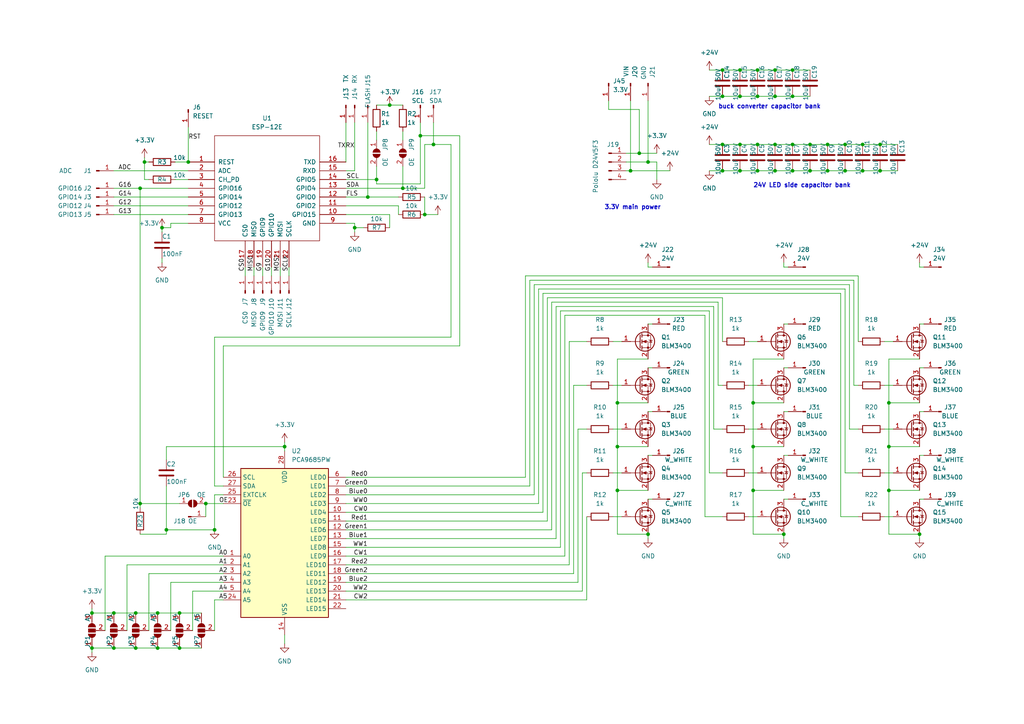
<source format=kicad_sch>
(kicad_sch (version 20211123) (generator eeschema)
  (paper "A4")
  (junction (at 224.79 27.94))
  (junction (at 209.55 27.94))
  (junction (at 219.71 27.94))
  (junction (at 255.27 41.91))
  (junction (at 214.63 27.94))
  (junction (at 39.37 187.96))
  (junction (at 257.81 116.84))
  (junction (at 121.92 39.37))
  (junction (at 214.63 49.53))
  (junction (at 179.07 116.84))
  (junction (at 48.26 153.67))
  (junction (at 82.55 129.54))
  (junction (at 257.81 129.54))
  (junction (at 214.63 20.32))
  (junction (at 33.02 187.96))
  (junction (at 218.44 129.54))
  (junction (at 229.87 49.53))
  (junction (at 179.07 142.24))
  (junction (at 40.64 146.05))
  (junction (at 102.87 66.04))
  (junction (at 209.55 20.32))
  (junction (at 40.64 54.61))
  (junction (at 113.03 30.48))
  (junction (at 109.22 52.07))
  (junction (at 209.55 41.91))
  (junction (at 41.91 46.99))
  (junction (at 185.42 44.45))
  (junction (at 182.88 49.53))
  (junction (at 123.19 62.23))
  (junction (at 52.07 187.96))
  (junction (at 227.33 154.94))
  (junction (at 179.07 129.54))
  (junction (at 224.79 20.32))
  (junction (at 224.79 49.53))
  (junction (at 266.7 154.94))
  (junction (at 39.37 177.8))
  (junction (at 219.71 49.53))
  (junction (at 224.79 41.91))
  (junction (at 218.44 116.84))
  (junction (at 106.68 57.15))
  (junction (at 255.27 49.53))
  (junction (at 54.61 46.99))
  (junction (at 45.72 177.8))
  (junction (at 229.87 27.94))
  (junction (at 187.96 154.94))
  (junction (at 219.71 20.32))
  (junction (at 219.71 41.91))
  (junction (at 62.23 153.67))
  (junction (at 229.87 41.91))
  (junction (at 187.96 46.99))
  (junction (at 229.87 20.32))
  (junction (at 240.03 49.53))
  (junction (at 245.11 49.53))
  (junction (at 59.69 146.05))
  (junction (at 250.19 41.91))
  (junction (at 240.03 41.91))
  (junction (at 209.55 49.53))
  (junction (at 234.95 49.53))
  (junction (at 245.11 41.91))
  (junction (at 46.99 66.04))
  (junction (at 26.67 177.8))
  (junction (at 26.67 187.96))
  (junction (at 116.84 54.61))
  (junction (at 52.07 177.8))
  (junction (at 125.73 41.91))
  (junction (at 250.19 49.53))
  (junction (at 45.72 187.96))
  (junction (at 234.95 41.91))
  (junction (at 33.02 177.8))
  (junction (at 257.81 142.24))
  (junction (at 214.63 41.91))
  (junction (at 218.44 142.24))
  (wire (pts (xy 218.44 116.84) (xy 227.33 116.84)))
  (wire (pts (xy 227.33 106.68) (xy 228.6 106.68)))
  (wire (pts (xy 227.33 119.38) (xy 228.6 119.38)))
  (wire (pts (xy 165.1 99.06) (xy 170.18 99.06)))
  (wire (pts (xy 255.27 41.91) (xy 260.35 41.91)))
  (wire (pts (xy 177.8 111.76) (xy 180.34 111.76)))
  (wire (pts (xy 266.7 104.14) (xy 257.81 104.14)))
  (wire (pts (xy 100.33 54.61) (xy 116.84 54.61)))
  (wire (pts (xy 130.81 97.79) (xy 130.81 41.91)))
  (wire (pts (xy 40.64 154.94) (xy 48.26 154.94)))
  (wire (pts (xy 267.97 77.47) (xy 266.7 77.47)))
  (wire (pts (xy 73.66 77.47) (xy 73.66 80.01)))
  (wire (pts (xy 33.02 59.69) (xy 54.61 59.69)))
  (wire (pts (xy 187.96 46.99) (xy 190.5 46.99)))
  (wire (pts (xy 163.83 91.44) (xy 204.47 91.44)))
  (wire (pts (xy 100.33 64.77) (xy 102.87 64.77)))
  (wire (pts (xy 209.55 27.94) (xy 214.63 27.94)))
  (wire (pts (xy 217.17 149.86) (xy 219.71 149.86)))
  (wire (pts (xy 205.74 90.17) (xy 205.74 137.16)))
  (wire (pts (xy 228.6 77.47) (xy 227.33 77.47)))
  (wire (pts (xy 181.61 46.99) (xy 187.96 46.99)))
  (wire (pts (xy 100.33 62.23) (xy 113.03 62.23)))
  (wire (pts (xy 177.8 137.16) (xy 180.34 137.16)))
  (wire (pts (xy 209.55 41.91) (xy 214.63 41.91)))
  (wire (pts (xy 71.12 77.47) (xy 71.12 80.01)))
  (wire (pts (xy 257.81 104.14) (xy 257.81 116.84)))
  (wire (pts (xy 106.68 57.15) (xy 115.57 57.15)))
  (wire (pts (xy 185.42 44.45) (xy 190.5 44.45)))
  (wire (pts (xy 248.92 111.76) (xy 247.65 111.76)))
  (wire (pts (xy 248.92 137.16) (xy 245.11 137.16)))
  (wire (pts (xy 45.72 187.96) (xy 52.07 187.96)))
  (wire (pts (xy 41.91 52.07) (xy 43.18 52.07)))
  (wire (pts (xy 33.02 54.61) (xy 40.64 54.61)))
  (wire (pts (xy 33.02 57.15) (xy 54.61 57.15)))
  (wire (pts (xy 100.33 148.59) (xy 157.48 148.59)))
  (wire (pts (xy 163.83 161.29) (xy 163.83 91.44)))
  (wire (pts (xy 121.92 39.37) (xy 121.92 53.34)))
  (wire (pts (xy 218.44 104.14) (xy 218.44 116.84)))
  (wire (pts (xy 109.22 30.48) (xy 113.03 30.48)))
  (wire (pts (xy 109.22 38.1) (xy 109.22 40.64)))
  (wire (pts (xy 181.61 44.45) (xy 185.42 44.45)))
  (wire (pts (xy 248.92 124.46) (xy 246.38 124.46)))
  (wire (pts (xy 179.07 104.14) (xy 179.07 116.84)))
  (wire (pts (xy 154.94 143.51) (xy 154.94 82.55)))
  (wire (pts (xy 224.79 49.53) (xy 229.87 49.53)))
  (wire (pts (xy 227.33 132.08) (xy 228.6 132.08)))
  (wire (pts (xy 177.8 149.86) (xy 180.34 149.86)))
  (wire (pts (xy 121.92 35.56) (xy 121.92 39.37)))
  (wire (pts (xy 218.44 129.54) (xy 218.44 142.24)))
  (wire (pts (xy 176.53 31.75) (xy 185.42 31.75)))
  (wire (pts (xy 224.79 20.32) (xy 229.87 20.32)))
  (wire (pts (xy 55.88 182.88) (xy 55.88 171.45)))
  (wire (pts (xy 33.02 62.23) (xy 54.61 62.23)))
  (wire (pts (xy 185.42 31.75) (xy 185.42 44.45)))
  (wire (pts (xy 247.65 81.28) (xy 247.65 111.76)))
  (wire (pts (xy 187.96 93.98) (xy 189.23 93.98)))
  (wire (pts (xy 162.56 90.17) (xy 205.74 90.17)))
  (wire (pts (xy 266.7 119.38) (xy 267.97 119.38)))
  (wire (pts (xy 100.33 161.29) (xy 163.83 161.29)))
  (wire (pts (xy 158.75 86.36) (xy 209.55 86.36)))
  (wire (pts (xy 41.91 45.72) (xy 41.91 46.99)))
  (wire (pts (xy 121.92 53.34) (xy 109.22 53.34)))
  (wire (pts (xy 100.33 143.51) (xy 154.94 143.51)))
  (wire (pts (xy 62.23 173.99) (xy 64.77 173.99)))
  (wire (pts (xy 187.96 76.2) (xy 187.96 77.47)))
  (wire (pts (xy 179.07 116.84) (xy 179.07 129.54)))
  (wire (pts (xy 64.77 138.43) (xy 64.77 100.33)))
  (wire (pts (xy 36.83 163.83) (xy 64.77 163.83)))
  (wire (pts (xy 26.67 187.96) (xy 26.67 189.23)))
  (wire (pts (xy 113.03 30.48) (xy 116.84 30.48)))
  (wire (pts (xy 48.26 129.54) (xy 82.55 129.54)))
  (wire (pts (xy 46.99 66.04) (xy 46.99 67.31)))
  (wire (pts (xy 46.99 74.93) (xy 46.99 76.2)))
  (wire (pts (xy 82.55 129.54) (xy 82.55 130.81)))
  (wire (pts (xy 30.48 182.88) (xy 30.48 161.29)))
  (wire (pts (xy 227.33 76.2) (xy 227.33 77.47)))
  (wire (pts (xy 240.03 41.91) (xy 245.11 41.91)))
  (wire (pts (xy 187.96 104.14) (xy 179.07 104.14)))
  (wire (pts (xy 256.54 149.86) (xy 259.08 149.86)))
  (wire (pts (xy 179.07 129.54) (xy 179.07 142.24)))
  (wire (pts (xy 100.33 52.07) (xy 109.22 52.07)))
  (wire (pts (xy 190.5 46.99) (xy 190.5 52.07)))
  (wire (pts (xy 219.71 49.53) (xy 224.79 49.53)))
  (wire (pts (xy 160.02 87.63) (xy 208.28 87.63)))
  (wire (pts (xy 177.8 124.46) (xy 180.34 124.46)))
  (wire (pts (xy 257.81 142.24) (xy 257.81 154.94)))
  (wire (pts (xy 78.74 77.47) (xy 78.74 80.01)))
  (wire (pts (xy 123.19 62.23) (xy 127 62.23)))
  (wire (pts (xy 209.55 20.32) (xy 214.63 20.32)))
  (wire (pts (xy 257.81 129.54) (xy 257.81 142.24)))
  (wire (pts (xy 234.95 41.91) (xy 240.03 41.91)))
  (wire (pts (xy 256.54 99.06) (xy 259.08 99.06)))
  (wire (pts (xy 166.37 166.37) (xy 166.37 111.76)))
  (wire (pts (xy 257.81 129.54) (xy 266.7 129.54)))
  (wire (pts (xy 256.54 137.16) (xy 259.08 137.16)))
  (wire (pts (xy 266.7 93.98) (xy 267.97 93.98)))
  (wire (pts (xy 168.91 171.45) (xy 168.91 137.16)))
  (wire (pts (xy 48.26 153.67) (xy 62.23 153.67)))
  (wire (pts (xy 154.94 82.55) (xy 246.38 82.55)))
  (wire (pts (xy 115.57 59.69) (xy 115.57 62.23)))
  (wire (pts (xy 227.33 104.14) (xy 218.44 104.14)))
  (wire (pts (xy 214.63 27.94) (xy 219.71 27.94)))
  (wire (pts (xy 153.67 140.97) (xy 153.67 81.28)))
  (wire (pts (xy 33.02 187.96) (xy 39.37 187.96)))
  (wire (pts (xy 257.81 116.84) (xy 257.81 129.54)))
  (wire (pts (xy 257.81 116.84) (xy 266.7 116.84)))
  (wire (pts (xy 100.33 59.69) (xy 115.57 59.69)))
  (wire (pts (xy 48.26 140.97) (xy 48.26 153.67)))
  (wire (pts (xy 76.2 77.47) (xy 76.2 80.01)))
  (wire (pts (xy 64.77 100.33) (xy 133.35 100.33)))
  (wire (pts (xy 229.87 49.53) (xy 234.95 49.53)))
  (wire (pts (xy 109.22 48.26) (xy 109.22 52.07)))
  (wire (pts (xy 62.23 182.88) (xy 62.23 173.99)))
  (wire (pts (xy 106.68 35.56) (xy 106.68 57.15)))
  (wire (pts (xy 218.44 154.94) (xy 227.33 154.94)))
  (wire (pts (xy 156.21 146.05) (xy 156.21 83.82)))
  (wire (pts (xy 224.79 41.91) (xy 229.87 41.91)))
  (wire (pts (xy 179.07 142.24) (xy 187.96 142.24)))
  (wire (pts (xy 209.55 111.76) (xy 208.28 111.76)))
  (wire (pts (xy 39.37 177.8) (xy 45.72 177.8)))
  (wire (pts (xy 100.33 158.75) (xy 162.56 158.75)))
  (wire (pts (xy 165.1 163.83) (xy 165.1 99.06)))
  (wire (pts (xy 54.61 36.83) (xy 54.61 46.99)))
  (wire (pts (xy 209.55 124.46) (xy 207.01 124.46)))
  (wire (pts (xy 187.96 144.78) (xy 189.23 144.78)))
  (wire (pts (xy 45.72 177.8) (xy 52.07 177.8)))
  (wire (pts (xy 209.55 49.53) (xy 214.63 49.53)))
  (wire (pts (xy 43.18 182.88) (xy 43.18 166.37)))
  (wire (pts (xy 113.03 62.23) (xy 113.03 66.04)))
  (wire (pts (xy 157.48 148.59) (xy 157.48 85.09)))
  (wire (pts (xy 214.63 20.32) (xy 219.71 20.32)))
  (wire (pts (xy 217.17 137.16) (xy 219.71 137.16)))
  (wire (pts (xy 227.33 93.98) (xy 228.6 93.98)))
  (wire (pts (xy 36.83 182.88) (xy 36.83 163.83)))
  (wire (pts (xy 116.84 38.1) (xy 116.84 40.64)))
  (wire (pts (xy 82.55 184.15) (xy 82.55 186.69)))
  (wire (pts (xy 166.37 111.76) (xy 170.18 111.76)))
  (wire (pts (xy 245.11 49.53) (xy 250.19 49.53)))
  (wire (pts (xy 123.19 41.91) (xy 123.19 54.61)))
  (wire (pts (xy 49.53 182.88) (xy 49.53 168.91)))
  (wire (pts (xy 158.75 151.13) (xy 158.75 86.36)))
  (wire (pts (xy 40.64 146.05) (xy 40.64 147.32)))
  (wire (pts (xy 227.33 154.94) (xy 227.33 156.21)))
  (wire (pts (xy 256.54 124.46) (xy 259.08 124.46)))
  (wire (pts (xy 187.96 154.94) (xy 187.96 156.21)))
  (wire (pts (xy 257.81 154.94) (xy 266.7 154.94)))
  (wire (pts (xy 218.44 129.54) (xy 227.33 129.54)))
  (wire (pts (xy 133.35 39.37) (xy 121.92 39.37)))
  (wire (pts (xy 40.64 54.61) (xy 40.64 146.05)))
  (wire (pts (xy 266.7 106.68) (xy 267.97 106.68)))
  (wire (pts (xy 217.17 111.76) (xy 219.71 111.76)))
  (wire (pts (xy 116.84 54.61) (xy 123.19 54.61)))
  (wire (pts (xy 152.4 80.01) (xy 248.92 80.01)))
  (wire (pts (xy 167.64 124.46) (xy 170.18 124.46)))
  (wire (pts (xy 266.7 132.08) (xy 267.97 132.08)))
  (wire (pts (xy 100.33 153.67) (xy 160.02 153.67)))
  (wire (pts (xy 266.7 76.2) (xy 266.7 77.47)))
  (wire (pts (xy 26.67 187.96) (xy 33.02 187.96)))
  (wire (pts (xy 243.84 85.09) (xy 243.84 149.86)))
  (wire (pts (xy 123.19 57.15) (xy 123.19 62.23)))
  (wire (pts (xy 46.99 66.04) (xy 49.53 66.04)))
  (wire (pts (xy 181.61 49.53) (xy 182.88 49.53)))
  (wire (pts (xy 176.53 29.21) (xy 176.53 31.75)))
  (wire (pts (xy 240.03 49.53) (xy 245.11 49.53)))
  (wire (pts (xy 100.33 49.53) (xy 102.87 49.53)))
  (wire (pts (xy 248.92 149.86) (xy 243.84 149.86)))
  (wire (pts (xy 187.96 106.68) (xy 189.23 106.68)))
  (wire (pts (xy 100.33 168.91) (xy 167.64 168.91)))
  (wire (pts (xy 229.87 27.94) (xy 234.95 27.94)))
  (wire (pts (xy 250.19 49.53) (xy 255.27 49.53)))
  (wire (pts (xy 257.81 142.24) (xy 266.7 142.24)))
  (wire (pts (xy 41.91 46.99) (xy 43.18 46.99)))
  (wire (pts (xy 153.67 81.28) (xy 247.65 81.28)))
  (wire (pts (xy 224.79 27.94) (xy 229.87 27.94)))
  (wire (pts (xy 179.07 154.94) (xy 187.96 154.94)))
  (wire (pts (xy 26.67 176.53) (xy 26.67 177.8)))
  (wire (pts (xy 160.02 153.67) (xy 160.02 87.63)))
  (wire (pts (xy 100.33 156.21) (xy 161.29 156.21)))
  (wire (pts (xy 205.74 27.94) (xy 209.55 27.94)))
  (wire (pts (xy 161.29 88.9) (xy 207.01 88.9)))
  (wire (pts (xy 41.91 46.99) (xy 41.91 52.07)))
  (wire (pts (xy 161.29 156.21) (xy 161.29 88.9)))
  (wire (pts (xy 33.02 49.53) (xy 54.61 49.53)))
  (wire (pts (xy 255.27 49.53) (xy 260.35 49.53)))
  (wire (pts (xy 100.33 166.37) (xy 166.37 166.37)))
  (wire (pts (xy 156.21 83.82) (xy 245.11 83.82)))
  (wire (pts (xy 205.74 20.32) (xy 209.55 20.32)))
  (wire (pts (xy 266.7 144.78) (xy 267.97 144.78)))
  (wire (pts (xy 208.28 87.63) (xy 208.28 111.76)))
  (wire (pts (xy 209.55 86.36) (xy 209.55 99.06)))
  (wire (pts (xy 64.77 143.51) (xy 62.23 143.51)))
  (wire (pts (xy 125.73 35.56) (xy 125.73 41.91)))
  (wire (pts (xy 100.33 35.56) (xy 100.33 46.99)))
  (wire (pts (xy 256.54 111.76) (xy 259.08 111.76)))
  (wire (pts (xy 30.48 161.29) (xy 64.77 161.29)))
  (wire (pts (xy 102.87 64.77) (xy 102.87 66.04)))
  (wire (pts (xy 100.33 151.13) (xy 158.75 151.13)))
  (wire (pts (xy 64.77 140.97) (xy 62.23 140.97)))
  (wire (pts (xy 214.63 49.53) (xy 219.71 49.53)))
  (wire (pts (xy 182.88 29.21) (xy 182.88 49.53)))
  (wire (pts (xy 100.33 173.99) (xy 170.18 173.99)))
  (wire (pts (xy 83.82 77.47) (xy 83.82 80.01)))
  (wire (pts (xy 218.44 116.84) (xy 218.44 129.54)))
  (wire (pts (xy 125.73 41.91) (xy 123.19 41.91)))
  (wire (pts (xy 187.96 119.38) (xy 189.23 119.38)))
  (wire (pts (xy 100.33 57.15) (xy 106.68 57.15)))
  (wire (pts (xy 62.23 97.79) (xy 130.81 97.79)))
  (wire (pts (xy 250.19 41.91) (xy 255.27 41.91)))
  (wire (pts (xy 43.18 166.37) (xy 64.77 166.37)))
  (wire (pts (xy 82.55 128.27) (xy 82.55 129.54)))
  (wire (pts (xy 209.55 137.16) (xy 205.74 137.16)))
  (wire (pts (xy 209.55 149.86) (xy 204.47 149.86)))
  (wire (pts (xy 59.69 146.05) (xy 64.77 146.05)))
  (wire (pts (xy 40.64 146.05) (xy 52.07 146.05)))
  (wire (pts (xy 49.53 64.77) (xy 54.61 64.77)))
  (wire (pts (xy 33.02 177.8) (xy 39.37 177.8)))
  (wire (pts (xy 234.95 49.53) (xy 240.03 49.53)))
  (wire (pts (xy 48.26 133.35) (xy 48.26 129.54)))
  (wire (pts (xy 187.96 29.21) (xy 187.96 46.99)))
  (wire (pts (xy 50.8 46.99) (xy 54.61 46.99)))
  (wire (pts (xy 182.88 49.53) (xy 194.31 49.53)))
  (wire (pts (xy 168.91 137.16) (xy 170.18 137.16)))
  (wire (pts (xy 130.81 41.91) (xy 125.73 41.91)))
  (wire (pts (xy 207.01 88.9) (xy 207.01 124.46)))
  (wire (pts (xy 62.23 143.51) (xy 62.23 153.67)))
  (wire (pts (xy 81.28 77.47) (xy 81.28 80.01)))
  (wire (pts (xy 217.17 124.46) (xy 219.71 124.46)))
  (wire (pts (xy 177.8 99.06) (xy 180.34 99.06)))
  (wire (pts (xy 100.33 163.83) (xy 165.1 163.83)))
  (wire (pts (xy 219.71 27.94) (xy 224.79 27.94)))
  (wire (pts (xy 245.11 83.82) (xy 245.11 137.16)))
  (wire (pts (xy 266.7 154.94) (xy 266.7 156.21)))
  (wire (pts (xy 205.74 41.91) (xy 209.55 41.91)))
  (wire (pts (xy 179.07 129.54) (xy 187.96 129.54)))
  (wire (pts (xy 116.84 48.26) (xy 116.84 54.61)))
  (wire (pts (xy 248.92 80.01) (xy 248.92 99.06)))
  (wire (pts (xy 219.71 41.91) (xy 224.79 41.91)))
  (wire (pts (xy 102.87 66.04) (xy 102.87 67.31)))
  (wire (pts (xy 170.18 173.99) (xy 170.18 149.86)))
  (wire (pts (xy 26.67 177.8) (xy 33.02 177.8)))
  (wire (pts (xy 52.07 177.8) (xy 58.42 177.8)))
  (wire (pts (xy 205.74 49.53) (xy 209.55 49.53)))
  (wire (pts (xy 40.64 54.61) (xy 54.61 54.61)))
  (wire (pts (xy 204.47 91.44) (xy 204.47 149.86)))
  (wire (pts (xy 218.44 142.24) (xy 227.33 142.24)))
  (wire (pts (xy 39.37 187.96) (xy 45.72 187.96)))
  (wire (pts (xy 214.63 41.91) (xy 219.71 41.91)))
  (wire (pts (xy 62.23 140.97) (xy 62.23 97.79)))
  (wire (pts (xy 49.53 168.91) (xy 64.77 168.91)))
  (wire (pts (xy 50.8 52.07) (xy 54.61 52.07)))
  (wire (pts (xy 152.4 138.43) (xy 152.4 80.01)))
  (wire (pts (xy 100.33 171.45) (xy 168.91 171.45)))
  (wire (pts (xy 102.87 35.56) (xy 102.87 49.53)))
  (wire (pts (xy 55.88 171.45) (xy 64.77 171.45)))
  (wire (pts (xy 179.07 116.84) (xy 187.96 116.84)))
  (wire (pts (xy 59.69 146.05) (xy 59.69 149.86)))
  (wire (pts (xy 189.23 77.47) (xy 187.96 77.47)))
  (wire (pts (xy 102.87 66.04) (xy 105.41 66.04)))
  (wire (pts (xy 229.87 20.32) (xy 234.95 20.32)))
  (wire (pts (xy 100.33 146.05) (xy 156.21 146.05)))
  (wire (pts (xy 52.07 187.96) (xy 58.42 187.96)))
  (wire (pts (xy 187.96 132.08) (xy 189.23 132.08)))
  (wire (pts (xy 217.17 99.06) (xy 219.71 99.06)))
  (wire (pts (xy 167.64 168.91) (xy 167.64 124.46)))
  (wire (pts (xy 49.53 64.77) (xy 49.53 66.04)))
  (wire (pts (xy 219.71 20.32) (xy 224.79 20.32)))
  (wire (pts (xy 133.35 100.33) (xy 133.35 39.37)))
  (wire (pts (xy 179.07 142.24) (xy 179.07 154.94)))
  (wire (pts (xy 229.87 41.91) (xy 234.95 41.91)))
  (wire (pts (xy 157.48 85.09) (xy 243.84 85.09)))
  (wire (pts (xy 162.56 158.75) (xy 162.56 90.17)))
  (wire (pts (xy 245.11 41.91) (xy 250.19 41.91)))
  (wire (pts (xy 48.26 154.94) (xy 48.26 153.67)))
  (wire (pts (xy 218.44 142.24) (xy 218.44 154.94)))
  (wire (pts (xy 100.33 140.97) (xy 153.67 140.97)))
  (wire (pts (xy 109.22 53.34) (xy 109.22 52.07)))
  (wire (pts (xy 227.33 144.78) (xy 228.6 144.78)))
  (wire (pts (xy 100.33 138.43) (xy 152.4 138.43)))
  (wire (pts (xy 246.38 82.55) (xy 246.38 124.46)))
  (text "buck converter capacitor bank" (at 208.28 31.75 0) (effects (font (size 1.27 1.27) (thickness 0.254) bold) (justify left bottom)))
  (text "24V LED side capacitor bank" (at 218.44 54.61 0) (effects (font (size 1.27 1.27) (thickness 0.254) bold) (justify left bottom)))
  (text "3.3V main power" (at 175.26 60.96 0) (effects (font (size 1.27 1.27) (thickness 0.254) bold) (justify left bottom)))
  (label "A4" (at 63.5 171.45 0))
  (label "WW2" (at 106.68 171.45 180))
  (label "Green1" (at 106.68 153.67 180))
  (label "TX" (at 100.33 43.18 180))
  (label "G10" (at 78.74 78.74 90))
  (label "RX" (at 102.87 43.18 180))
  (label "A5" (at 63.5 173.99 0))
  (label "OE" (at 63.5 146.05 0))
  (label "Green2" (at 106.68 166.37 180))
  (label "WW1" (at 106.68 158.75 180))
  (label "G12" (at 34.29 59.69 0))
  (label "RST" (at 54.61 40.64 0))
  (label "CW1" (at 106.68 161.29 180))
  (label "CW2" (at 106.68 173.99 180))
  (label "A0" (at 63.5 161.29 0))
  (label "SCL" (at 104.14 52.07 180))
  (label "CW0" (at 106.68 148.59 180))
  (label "Blue1" (at 106.68 156.21 180))
  (label "FLS" (at 100.33 57.15 0))
  (label "SDA" (at 104.14 54.61 180))
  (label "Green0" (at 106.68 140.97 180))
  (label "A1" (at 63.5 163.83 0))
  (label "G13" (at 34.29 62.23 0))
  (label "Red2" (at 106.68 163.83 180))
  (label "SCLK" (at 83.82 78.74 90))
  (label "Blue0" (at 106.68 143.51 180))
  (label "G14" (at 34.29 57.15 0))
  (label "MISO" (at 73.66 78.74 90))
  (label "G16" (at 34.29 54.61 0))
  (label "WW0" (at 106.68 146.05 180))
  (label "A3" (at 63.5 168.91 0))
  (label "Red0" (at 106.68 138.43 180))
  (label "ADC" (at 34.29 49.53 0))
  (label "Blue2" (at 106.68 168.91 180))
  (label "G9" (at 76.2 78.74 90))
  (label "Red1" (at 106.68 151.13 180))
  (label "MOSI" (at 81.28 78.74 90))
  (label "A2" (at 63.5 166.37 0))
  (label "CS0" (at 71.12 78.74 90))
  (symbol (lib_id "Device:C") (at 209.55 45.72 0) (unit 1)
    (property "Reference" "C3" (at 210.82 44.45 90) (effects (justify left)))
    (property "Value" "10uF 50V" (at 208.28 50.8 90) (effects (justify left)))
    (property "Footprint" "Capacitor_SMD:C_0805_2012Metric" (effects hide))
  )
  (symbol (lib_id "Device:R") (at 252.73 111.76 90) (unit 1)
    (property "Reference" "R19" (at 252.73 105.41 90))
    (property "Value" "1k" (at 252.73 107.95 90))
    (property "Footprint" "Resistor_SMD:R_0805_2012Metric" (effects hide))
  )
  (symbol (lib_id "power:+3.3V") (at 190.5 44.45 0) (unit 1)
    (property "Reference" "#PWR015" (effects hide))
    (property "Value" "+3.3V" (at 190.5 39.37 0))
  )
  (symbol (lib_id "power:+24V") (at 187.96 76.2 0) (unit 1)
    (property "Reference" "#PWR013" (effects hide))
    (property "Value" "+24V" (at 187.96 71.12 0))
  )
  (symbol (lib_id "Connector:Conn_01x01_Male") (at 233.68 93.98 180) (unit 1)
    (property "Reference" "J29" (at 236.22 92.71 0))
    (property "Value" "RED" (at 236.22 95.25 0))
    (property "Footprint" "TestPoint:TestPoint_Pad_3.0x3.0mm" (effects hide))
  )
  (symbol (lib_id "Connector:Conn_01x01_Male") (at 194.31 77.47 180) (unit 1)
    (property "Reference" "J22" (at 193.675 72.39 0))
    (property "Value" "24V" (at 193.675 74.93 0))
    (property "Footprint" "TestPoint:TestPoint_Pad_3.0x3.0mm" (effects hide))
  )
  (symbol (lib_id "Device:C") (at 229.87 45.72 0) (unit 1)
    (property "Reference" "C7" (at 231.14 44.45 90) (effects (justify left)))
    (property "Value" "10uF 50V" (at 228.6 50.8 90) (effects (justify left)))
    (property "Footprint" "Capacitor_SMD:C_0805_2012Metric" (effects hide))
  )
  (symbol (lib_id "Transistor_FET:DMN3300U") (at 264.16 137.16 0) (unit 1)
    (property "Reference" "Q14" (at 270.51 135.8899 0) (effects (justify left)))
    (property "Value" "BLM3400" (at 270.51 138.4299 0) (effects (justify left)))
    (property "Footprint" "Package_TO_SOT_SMD:SOT-23" (effects hide))
    (property "Datasheet" "http://www.diodes.com/assets/Datasheets/ds31181.pdf" (effects hide))
  )
  (symbol (lib_id "Connector:Conn_01x01_Male") (at 187.96 24.13 270) (unit 1)
    (property "Reference" "J21" (at 189.23 19.05 0) (effects (justify left)))
    (property "Value" "GND" (at 186.69 19.05 0) (effects (justify left)))
    (property "Footprint" "TestPoint:TestPoint_Pad_4.0x4.0mm" (effects hide))
  )
  (symbol (lib_id "power:+3.3V") (at 26.67 176.53 0) (unit 1)
    (property "Reference" "#PWR07" (effects hide))
    (property "Value" "+3.3V" (at 26.67 171.45 0))
  )
  (symbol (lib_id "Device:R") (at 173.99 149.86 90) (unit 1)
    (property "Reference" "R12" (at 173.99 143.51 90))
    (property "Value" "1k" (at 173.99 146.05 90))
    (property "Footprint" "Resistor_SMD:R_0805_2012Metric" (effects hide))
  )
  (symbol (lib_id "Connector:Conn_01x01_Male") (at 194.31 144.78 180) (unit 1)
    (property "Reference" "J27" (at 196.85 143.51 0))
    (property "Value" "C_WHITE" (at 196.85 146.05 0))
    (property "Footprint" "TestPoint:TestPoint_Pad_3.0x3.0mm" (effects hide))
  )
  (symbol (lib_id "Device:C") (at 209.55 24.13 0) (unit 1)
    (property "Reference" "C14" (at 210.82 22.86 90) (effects (justify left)))
    (property "Value" "10uF 50V" (at 208.28 29.21 90) (effects (justify left)))
    (property "Footprint" "Capacitor_SMD:C_0805_2012Metric" (effects hide))
  )
  (symbol (lib_id "Connector:Conn_01x01_Male") (at 273.05 144.78 180) (unit 1)
    (property "Reference" "J39" (at 275.59 143.51 0))
    (property "Value" "C_WHITE" (at 275.59 146.05 0))
    (property "Footprint" "TestPoint:TestPoint_Pad_3.0x3.0mm" (effects hide))
  )
  (symbol (lib_id "Transistor_FET:DMN3300U") (at 264.16 124.46 0) (unit 1)
    (property "Reference" "Q13" (at 270.51 123.1899 0) (effects (justify left)))
    (property "Value" "BLM3400" (at 270.51 125.7299 0) (effects (justify left)))
    (property "Footprint" "Package_TO_SOT_SMD:SOT-23" (effects hide))
    (property "Datasheet" "http://www.diodes.com/assets/Datasheets/ds31181.pdf" (effects hide))
  )
  (symbol (lib_id "Device:R") (at 213.36 149.86 90) (unit 1)
    (property "Reference" "R17" (at 213.36 143.51 90))
    (property "Value" "1k" (at 213.36 146.05 90))
    (property "Footprint" "Resistor_SMD:R_0805_2012Metric" (effects hide))
  )
  (symbol (lib_id "Transistor_FET:DMN3300U") (at 185.42 124.46 0) (unit 1)
    (property "Reference" "Q3" (at 191.77 123.1899 0) (effects (justify left)))
    (property "Value" "BLM3400" (at 191.77 125.7299 0) (effects (justify left)))
    (property "Footprint" "Package_TO_SOT_SMD:SOT-23" (effects hide))
    (property "Datasheet" "http://www.diodes.com/assets/Datasheets/ds31181.pdf" (effects hide))
  )
  (symbol (lib_id "power:+24V") (at 194.31 49.53 0) (unit 1)
    (property "Reference" "#PWR017" (effects hide))
    (property "Value" "+24V" (at 194.31 44.45 0))
  )
  (symbol (lib_id "Transistor_FET:DMN3300U") (at 185.42 99.06 0) (unit 1)
    (property "Reference" "Q1" (at 191.77 97.7899 0) (effects (justify left)))
    (property "Value" "BLM3400" (at 191.77 100.3299 0) (effects (justify left)))
    (property "Footprint" "Package_TO_SOT_SMD:SOT-23" (effects hide))
    (property "Datasheet" "http://www.diodes.com/assets/Datasheets/ds31181.pdf" (effects hide))
  )
  (symbol (lib_id "Connector:Conn_01x01_Male") (at 273.05 119.38 180) (unit 1)
    (property "Reference" "J37" (at 275.59 118.11 0))
    (property "Value" "BLUE" (at 275.59 120.65 0))
    (property "Footprint" "TestPoint:TestPoint_Pad_3.0x3.0mm" (effects hide))
  )
  (symbol (lib_id "Connector:Conn_01x01_Male") (at 27.94 49.53 0) (unit 1)
    (property "Reference" "J1" (at 25.4 49.53 0))
    (property "Value" "ADC" (at 19.05 49.53 0))
    (property "Footprint" "TestPoint:TestPoint_Pad_2.0x2.0mm" (effects hide))
  )
  (symbol (lib_id "Device:R") (at 213.36 111.76 90) (unit 1)
    (property "Reference" "R14" (at 213.36 105.41 90))
    (property "Value" "1k" (at 213.36 107.95 90))
    (property "Footprint" "Resistor_SMD:R_0805_2012Metric" (effects hide))
  )
  (symbol (lib_id "Device:C") (at 250.19 45.72 0) (unit 1)
    (property "Reference" "C11" (at 251.46 44.45 90) (effects (justify left)))
    (property "Value" "10uF 50V" (at 248.92 50.8 90) (effects (justify left)))
    (property "Footprint" "Capacitor_SMD:C_0805_2012Metric" (effects hide))
  )
  (symbol (lib_id "Connector:Conn_01x01_Male") (at 233.68 119.38 180) (unit 1)
    (property "Reference" "J31" (at 236.22 118.11 0))
    (property "Value" "BLUE" (at 236.22 120.65 0))
    (property "Footprint" "TestPoint:TestPoint_Pad_3.0x3.0mm" (effects hide))
  )
  (symbol (lib_id "Transistor_FET:DMN3300U") (at 224.79 137.16 0) (unit 1)
    (property "Reference" "Q9" (at 231.14 135.8899 0) (effects (justify left)))
    (property "Value" "BLM3400" (at 231.14 138.4299 0) (effects (justify left)))
    (property "Footprint" "Package_TO_SOT_SMD:SOT-23" (effects hide))
    (property "Datasheet" "http://www.diodes.com/assets/Datasheets/ds31181.pdf" (effects hide))
  )
  (symbol (lib_id "power:GND") (at 62.23 153.67 0) (unit 1)
    (property "Reference" "#PWR0101" (effects hide))
    (property "Value" "GND" (at 62.23 158.75 0))
  )
  (symbol (lib_id "Device:R") (at 213.36 137.16 90) (unit 1)
    (property "Reference" "R16" (at 213.36 130.81 90))
    (property "Value" "1k" (at 213.36 133.35 90))
    (property "Footprint" "Resistor_SMD:R_0805_2012Metric" (effects hide))
  )
  (symbol (lib_id "Driver_LED:PCA9685PW") (at 82.55 156.21 0) (unit 1)
    (property "Reference" "U2" (at 84.5694 130.81 0) (effects (justify left)))
    (property "Value" "PCA9685PW" (at 84.5694 133.35 0) (effects (justify left)))
    (property "Footprint" "Package_SO:TSSOP-28_4.4x9.7mm_P0.65mm" (effects hide))
    (property "Datasheet" "http://www.nxp.com/documents/data_sheet/PCA9685.pdf" (effects hide))
  )
  (symbol (lib_id "Connector:Conn_01x01_Male") (at 273.05 106.68 180) (unit 1)
    (property "Reference" "J36" (at 275.59 105.41 0))
    (property "Value" "GREEN" (at 275.59 107.95 0))
    (property "Footprint" "TestPoint:TestPoint_Pad_3.0x3.0mm" (effects hide))
  )
  (symbol (lib_id "Connector:Conn_01x01_Male") (at 194.31 132.08 180) (unit 1)
    (property "Reference" "J26" (at 196.85 130.81 0))
    (property "Value" "W_WHITE" (at 196.85 133.35 0))
    (property "Footprint" "TestPoint:TestPoint_Pad_3.0x3.0mm" (effects hide))
  )
  (symbol (lib_id "power:GND") (at 205.74 27.94 0) (unit 1)
    (property "Reference" "#PWR012" (effects hide))
    (property "Value" "GND" (at 205.74 33.02 0))
  )
  (symbol (lib_id "Device:R") (at 109.22 34.29 0) (unit 1)
    (property "Reference" "R1" (at 110.49 33.02 0) (effects (justify left)))
    (property "Value" "1k" (at 110.49 35.56 0) (effects (justify left)))
    (property "Footprint" "Resistor_SMD:R_0805_2012Metric" (effects hide))
  )
  (symbol (lib_id "Connector:Conn_01x01_Male") (at 233.68 132.08 180) (unit 1)
    (property "Reference" "J32" (at 236.22 130.81 0))
    (property "Value" "W_WHITE" (at 236.22 133.35 0))
    (property "Footprint" "TestPoint:TestPoint_Pad_3.0x3.0mm" (effects hide))
  )
  (symbol (lib_id "Connector:Conn_01x01_Male") (at 273.05 132.08 180) (unit 1)
    (property "Reference" "J38" (at 275.59 130.81 0))
    (property "Value" "W_WHITE" (at 275.59 133.35 0))
    (property "Footprint" "TestPoint:TestPoint_Pad_3.0x3.0mm" (effects hide))
  )
  (symbol (lib_id "Device:R") (at 252.73 149.86 90) (unit 1)
    (property "Reference" "R22" (at 252.73 143.51 90))
    (property "Value" "1k" (at 252.73 146.05 90))
    (property "Footprint" "Resistor_SMD:R_0805_2012Metric" (effects hide))
  )
  (symbol (lib_id "Device:R") (at 46.99 46.99 90) (unit 1)
    (property "Reference" "R3" (at 46.99 46.99 90))
    (property "Value" "10k" (at 52.07 45.72 90))
    (property "Footprint" "Resistor_SMD:R_0805_2012Metric" (effects hide))
  )
  (symbol (lib_id "Device:R") (at 252.73 99.06 90) (unit 1)
    (property "Reference" "R18" (at 252.73 92.71 90))
    (property "Value" "1k" (at 252.73 95.25 90))
    (property "Footprint" "Resistor_SMD:R_0805_2012Metric" (effects hide))
  )
  (symbol (lib_id "Device:R") (at 40.64 151.13 180) (unit 1)
    (property "Reference" "R23" (at 40.64 151.13 90))
    (property "Value" "10k" (at 39.37 146.05 90))
    (property "Footprint" "Resistor_SMD:R_0805_2012Metric" (effects hide))
  )
  (symbol (lib_id "Transistor_FET:DMN3300U") (at 185.42 111.76 0) (unit 1)
    (property "Reference" "Q2" (at 191.77 110.4899 0) (effects (justify left)))
    (property "Value" "BLM3400" (at 191.77 113.0299 0) (effects (justify left)))
    (property "Footprint" "Package_TO_SOT_SMD:SOT-23" (effects hide))
    (property "Datasheet" "http://www.diodes.com/assets/Datasheets/ds31181.pdf" (effects hide))
  )
  (symbol (lib_id "Connector:Conn_01x01_Male") (at 102.87 30.48 270) (unit 1)
    (property "Reference" "J14" (at 102.87 25.4 0) (effects (justify left)))
    (property "Value" "RX" (at 102.87 21.59 0) (effects (justify left)))
    (property "Footprint" "TestPoint:TestPoint_Pad_2.0x2.0mm" (effects hide))
  )
  (symbol (lib_id "Connector:Conn_01x01_Male") (at 83.82 85.09 90) (unit 1)
    (property "Reference" "J12" (at 83.82 86.36 0) (effects (justify right)))
    (property "Value" "SCLK" (at 83.82 90.17 0) (effects (justify right)))
    (property "Footprint" "TestPoint:TestPoint_Pad_2.0x2.0mm" (effects hide))
  )
  (symbol (lib_id "Connector:Conn_01x01_Male") (at 273.05 93.98 180) (unit 1)
    (property "Reference" "J35" (at 275.59 92.71 0))
    (property "Value" "RED" (at 275.59 95.25 0))
    (property "Footprint" "TestPoint:TestPoint_Pad_3.0x3.0mm" (effects hide))
  )
  (symbol (lib_id "Connector:Conn_01x01_Male") (at 54.61 31.75 270) (unit 1)
    (property "Reference" "J6" (at 55.88 31.1149 90) (effects (justify left)))
    (property "Value" "RESET" (at 55.88 33.6549 90) (effects (justify left)))
    (property "Footprint" "TestPoint:TestPoint_Pad_2.0x2.0mm" (effects hide))
  )
  (symbol (lib_id "power:GND") (at 187.96 156.21 0) (unit 1)
    (property "Reference" "#PWR014" (effects hide))
    (property "Value" "GND" (at 187.96 161.29 0))
  )
  (symbol (lib_id "Transistor_FET:DMN3300U") (at 224.79 99.06 0) (unit 1)
    (property "Reference" "Q6" (at 231.14 97.7899 0) (effects (justify left)))
    (property "Value" "BLM3400" (at 231.14 100.3299 0) (effects (justify left)))
    (property "Footprint" "Package_TO_SOT_SMD:SOT-23" (effects hide))
    (property "Datasheet" "http://www.diodes.com/assets/Datasheets/ds31181.pdf" (effects hide))
  )
  (symbol (lib_id "power:+3.3V") (at 82.55 128.27 0) (unit 1)
    (property "Reference" "#PWR010" (effects hide))
    (property "Value" "+3.3V" (at 82.55 123.19 0))
  )
  (symbol (lib_id "Device:R") (at 173.99 137.16 90) (unit 1)
    (property "Reference" "R11" (at 173.99 130.81 90))
    (property "Value" "1k" (at 173.99 133.35 90))
    (property "Footprint" "Resistor_SMD:R_0805_2012Metric" (effects hide))
  )
  (symbol (lib_id "Connector:Conn_01x01_Male") (at 27.94 62.23 0) (unit 1)
    (property "Reference" "J5" (at 25.4 62.23 0))
    (property "Value" "GPIO13" (at 20.32 62.23 0))
    (property "Footprint" "TestPoint:TestPoint_Pad_2.0x2.0mm" (effects hide))
  )
  (symbol (lib_id "power:GND") (at 266.7 156.21 0) (unit 1)
    (property "Reference" "#PWR021" (effects hide))
    (property "Value" "GND" (at 266.7 161.29 0))
  )
  (symbol (lib_id "Device:R") (at 213.36 99.06 90) (unit 1)
    (property "Reference" "R13" (at 213.36 92.71 90))
    (property "Value" "1k" (at 213.36 95.25 90))
    (property "Footprint" "Resistor_SMD:R_0805_2012Metric" (effects hide))
  )
  (symbol (lib_id "Device:R") (at 173.99 99.06 90) (unit 1)
    (property "Reference" "R8" (at 173.99 92.71 90))
    (property "Value" "1k" (at 173.99 95.25 90))
    (property "Footprint" "Resistor_SMD:R_0805_2012Metric" (effects hide))
  )
  (symbol (lib_id "power:+3.3V") (at 41.91 45.72 0) (unit 1)
    (property "Reference" "#PWR01" (effects hide))
    (property "Value" "+3.3V" (at 41.91 40.64 0))
  )
  (symbol (lib_id "Connector:Conn_01x01_Male") (at 73.66 85.09 90) (unit 1)
    (property "Reference" "J8" (at 73.66 86.36 0) (effects (justify right)))
    (property "Value" "MISO" (at 73.66 90.17 0) (effects (justify right)))
    (property "Footprint" "TestPoint:TestPoint_Pad_2.0x2.0mm" (effects hide))
  )
  (symbol (lib_id "Transistor_FET:DMN3300U") (at 264.16 149.86 0) (unit 1)
    (property "Reference" "Q15" (at 270.51 148.5899 0) (effects (justify left)))
    (property "Value" "BLM3400" (at 270.51 151.1299 0) (effects (justify left)))
    (property "Footprint" "Package_TO_SOT_SMD:SOT-23" (effects hide))
    (property "Datasheet" "http://www.diodes.com/assets/Datasheets/ds31181.pdf" (effects hide))
  )
  (symbol (lib_id "Device:R") (at 173.99 111.76 90) (unit 1)
    (property "Reference" "R9" (at 173.99 105.41 90))
    (property "Value" "1k" (at 173.99 107.95 90))
    (property "Footprint" "Resistor_SMD:R_0805_2012Metric" (effects hide))
  )
  (symbol (lib_id "Transistor_FET:DMN3300U") (at 224.79 124.46 0) (unit 1)
    (property "Reference" "Q8" (at 231.14 123.1899 0) (effects (justify left)))
    (property "Value" "BLM3400" (at 231.14 125.7299 0) (effects (justify left)))
    (property "Footprint" "Package_TO_SOT_SMD:SOT-23" (effects hide))
    (property "Datasheet" "http://www.diodes.com/assets/Datasheets/ds31181.pdf" (effects hide))
  )
  (symbol (lib_id "Connector:Conn_01x01_Male") (at 233.68 106.68 180) (unit 1)
    (property "Reference" "J30" (at 236.22 105.41 0))
    (property "Value" "GREEN" (at 236.22 107.95 0))
    (property "Footprint" "TestPoint:TestPoint_Pad_3.0x3.0mm" (effects hide))
  )
  (symbol (lib_id "Connector:Conn_01x01_Male") (at 194.31 119.38 180) (unit 1)
    (property "Reference" "J25" (at 196.85 118.11 0))
    (property "Value" "BLUE" (at 196.85 120.65 0))
    (property "Footprint" "TestPoint:TestPoint_Pad_3.0x3.0mm" (effects hide))
  )
  (symbol (lib_id "ESP8266:ESP-12E") (at 77.47 54.61 0) (unit 1)
    (property "Reference" "U1" (at 77.47 34.29 0))
    (property "Value" "ESP-12E" (at 77.47 36.83 0))
    (property "Footprint" "ESP8266:ESP-12E_SMD" (effects hide))
    (property "Datasheet" "http://l0l.org.uk/2014/12/esp8266-modules-hardware-guide-gotta-catch-em-all/" (effects hide))
  )
  (symbol (lib_id "power:GND") (at 46.99 76.2 0) (unit 1)
    (property "Reference" "#PWR03" (effects hide))
    (property "Value" "GND" (at 46.99 81.28 0))
  )
  (symbol (lib_id "Device:C") (at 255.27 45.72 0) (unit 1)
    (property "Reference" "C12" (at 256.54 44.45 90) (effects (justify left)))
    (property "Value" "10uF 50V" (at 254 50.8 90) (effects (justify left)))
    (property "Footprint" "Capacitor_SMD:C_0805_2012Metric" (effects hide))
  )
  (symbol (lib_id "Jumper:SolderJumper_3_Open") (at 33.02 182.88 90) (unit 1)
    (property "Reference" "JP2" (at 31.75 187.96 0) (effects (justify left)))
    (property "Value" "A1" (at 31.75 180.34 0) (effects (justify left)))
    (property "Footprint" "Jumper:SolderJumper-3_P1.3mm_Open_Pad1.0x1.5mm" (effects hide))
  )
  (symbol (lib_id "Jumper:SolderJumper_3_Open") (at 58.42 182.88 90) (unit 1)
    (property "Reference" "JP7" (at 57.15 187.96 0) (effects (justify left)))
    (property "Value" "A5" (at 57.15 180.34 0) (effects (justify left)))
    (property "Footprint" "Jumper:SolderJumper-3_P1.3mm_Open_Pad1.0x1.5mm" (effects hide))
  )
  (symbol (lib_id "Connector:Conn_01x01_Male") (at 100.33 30.48 270) (unit 1)
    (property "Reference" "J13" (at 100.33 25.4 0) (effects (justify left)))
    (property "Value" "TX" (at 100.33 21.59 0) (effects (justify left)))
    (property "Footprint" "TestPoint:TestPoint_Pad_2.0x2.0mm" (effects hide))
  )
  (symbol (lib_id "Device:C") (at 46.99 71.12 0) (unit 1)
    (property "Reference" "C1" (at 46.99 68.58 0) (effects (justify left)))
    (property "Value" "100nF" (at 46.99 73.66 0) (effects (justify left)))
    (property "Footprint" "Capacitor_SMD:C_0805_2012Metric" (effects hide))
  )
  (symbol (lib_id "Jumper:SolderJumper_2_Open") (at 116.84 44.45 270) (unit 1)
    (property "Reference" "JP9" (at 119.38 41.91 0))
    (property "Value" "OE" (at 119.38 46.99 0))
    (property "Footprint" "Jumper:SolderJumper-2_P1.3mm_Open_Pad1.0x1.5mm" (effects hide))
  )
  (symbol (lib_id "Connector:Conn_01x01_Male") (at 121.92 30.48 270) (unit 1)
    (property "Reference" "J16" (at 119.38 26.67 90) (effects (justify left)))
    (property "Value" "SCL" (at 119.38 29.21 90) (effects (justify left)))
    (property "Footprint" "TestPoint:TestPoint_Pad_2.0x2.0mm" (effects hide))
  )
  (symbol (lib_id "Device:C") (at 240.03 45.72 0) (unit 1)
    (property "Reference" "C9" (at 241.3 44.45 90) (effects (justify left)))
    (property "Value" "10uF 50V" (at 238.76 50.8 90) (effects (justify left)))
    (property "Footprint" "Capacitor_SMD:C_0805_2012Metric" (effects hide))
  )
  (symbol (lib_id "Connector:Conn_01x01_Male") (at 81.28 85.09 90) (unit 1)
    (property "Reference" "J11" (at 81.28 86.36 0) (effects (justify right)))
    (property "Value" "MOSI" (at 81.28 90.17 0) (effects (justify right)))
    (property "Footprint" "TestPoint:TestPoint_Pad_2.0x2.0mm" (effects hide))
  )
  (symbol (lib_id "Connector:Conn_01x01_Male") (at 27.94 59.69 0) (unit 1)
    (property "Reference" "J4" (at 25.4 59.69 0))
    (property "Value" "GPIO12" (at 20.32 59.69 0))
    (property "Footprint" "TestPoint:TestPoint_Pad_2.0x2.0mm" (effects hide))
  )
  (symbol (lib_id "Connector:Conn_01x01_Male") (at 233.68 77.47 180) (unit 1)
    (property "Reference" "J28" (at 233.045 72.39 0))
    (property "Value" "24V" (at 233.045 74.93 0))
    (property "Footprint" "TestPoint:TestPoint_Pad_3.0x3.0mm" (effects hide))
  )
  (symbol (lib_id "power:GND") (at 205.74 49.53 0) (unit 1)
    (property "Reference" "#PWR0103" (effects hide))
    (property "Value" "GND" (at 205.74 54.61 0))
  )
  (symbol (lib_id "Device:R") (at 46.99 52.07 90) (unit 1)
    (property "Reference" "R4" (at 46.99 52.07 90))
    (property "Value" "10k" (at 52.07 50.8 90))
    (property "Footprint" "Resistor_SMD:R_0805_2012Metric" (effects hide))
  )
  (symbol (lib_id "Device:R") (at 116.84 34.29 0) (unit 1)
    (property "Reference" "R2" (at 118.11 33.02 0) (effects (justify left)))
    (property "Value" "1k" (at 118.11 35.56 0) (effects (justify left)))
    (property "Footprint" "Resistor_SMD:R_0805_2012Metric" (effects hide))
  )
  (symbol (lib_id "Connector:Conn_01x01_Male") (at 176.53 24.13 270) (unit 1)
    (property "Reference" "J45" (at 177.8 23.4949 90) (effects (justify left)))
    (property "Value" "3.3V" (at 177.8 26.0349 90) (effects (justify left)))
    (property "Footprint" "TestPoint:TestPoint_Pad_3.0x3.0mm" (effects hide))
  )
  (symbol (lib_id "Transistor_FET:DMN3300U") (at 264.16 99.06 0) (unit 1)
    (property "Reference" "Q11" (at 270.51 97.7899 0) (effects (justify left)))
    (property "Value" "BLM3400" (at 270.51 100.3299 0) (effects (justify left)))
    (property "Footprint" "Package_TO_SOT_SMD:SOT-23" (effects hide))
    (property "Datasheet" "http://www.diodes.com/assets/Datasheets/ds31181.pdf" (effects hide))
  )
  (symbol (lib_id "Device:C") (at 214.63 45.72 0) (unit 1)
    (property "Reference" "C4" (at 215.9 44.45 90) (effects (justify left)))
    (property "Value" "10uF 50V" (at 213.36 50.8 90) (effects (justify left)))
    (property "Footprint" "Capacitor_SMD:C_0805_2012Metric" (effects hide))
  )
  (symbol (lib_id "Transistor_FET:DMN3300U") (at 224.79 111.76 0) (unit 1)
    (property "Reference" "Q7" (at 231.14 110.4899 0) (effects (justify left)))
    (property "Value" "BLM3400" (at 231.14 113.0299 0) (effects (justify left)))
    (property "Footprint" "Package_TO_SOT_SMD:SOT-23" (effects hide))
    (property "Datasheet" "http://www.diodes.com/assets/Datasheets/ds31181.pdf" (effects hide))
  )
  (symbol (lib_id "Connector:Conn_01x01_Male") (at 27.94 54.61 0) (unit 1)
    (property "Reference" "J2" (at 25.4 54.61 0))
    (property "Value" "GPIO16" (at 20.32 54.61 0))
    (property "Footprint" "TestPoint:TestPoint_Pad_2.0x2.0mm" (effects hide))
  )
  (symbol (lib_id "Connector:Conn_01x01_Male") (at 125.73 30.48 270) (unit 1)
    (property "Reference" "J17" (at 124.46 26.67 90) (effects (justify left)))
    (property "Value" "SDA" (at 124.46 29.21 90) (effects (justify left)))
    (property "Footprint" "TestPoint:TestPoint_Pad_2.0x2.0mm" (effects hide))
  )
  (symbol (lib_id "power:GND") (at 26.67 189.23 0) (unit 1)
    (property "Reference" "#PWR08" (effects hide))
    (property "Value" "GND" (at 26.67 194.31 0))
  )
  (symbol (lib_id "Transistor_FET:DMN3300U") (at 185.42 149.86 0) (unit 1)
    (property "Reference" "Q5" (at 191.77 148.5899 0) (effects (justify left)))
    (property "Value" "BLM3400" (at 191.77 151.1299 0) (effects (justify left)))
    (property "Footprint" "Package_TO_SOT_SMD:SOT-23" (effects hide))
    (property "Datasheet" "http://www.diodes.com/assets/Datasheets/ds31181.pdf" (effects hide))
  )
  (symbol (lib_id "Device:R") (at 173.99 124.46 90) (unit 1)
    (property "Reference" "R10" (at 173.99 118.11 90))
    (property "Value" "1k" (at 173.99 120.65 90))
    (property "Footprint" "Resistor_SMD:R_0805_2012Metric" (effects hide))
  )
  (symbol (lib_id "Device:C") (at 224.79 24.13 0) (unit 1)
    (property "Reference" "C17" (at 226.06 22.86 90) (effects (justify left)))
    (property "Value" "10uF 50V" (at 223.52 29.21 90) (effects (justify left)))
    (property "Footprint" "Capacitor_SMD:C_0805_2012Metric" (effects hide))
  )
  (symbol (lib_id "Connector:Conn_01x01_Male") (at 54.61 149.86 0) (unit 1)
    (property "Reference" "J18" (at 52.07 151.13 0))
    (property "Value" "OE" (at 55.88 151.13 0))
    (property "Footprint" "TestPoint:TestPoint_Pad_2.0x2.0mm" (effects hide))
  )
  (symbol (lib_id "Device:C") (at 234.95 24.13 0) (unit 1)
    (property "Reference" "C19" (at 236.22 22.86 90) (effects (justify left)))
    (property "Value" "10uF 50V" (at 233.68 29.21 90) (effects (justify left)))
    (property "Footprint" "Capacitor_SMD:C_0805_2012Metric" (effects hide))
  )
  (symbol (lib_id "Device:C") (at 234.95 45.72 0) (unit 1)
    (property "Reference" "C8" (at 236.22 44.45 90) (effects (justify left)))
    (property "Value" "10uF 50V" (at 233.68 50.8 90) (effects (justify left)))
    (property "Footprint" "Capacitor_SMD:C_0805_2012Metric" (effects hide))
  )
  (symbol (lib_id "Jumper:SolderJumper_2_Open") (at 55.88 146.05 0) (unit 1)
    (property "Reference" "JP6" (at 53.34 143.51 0))
    (property "Value" "OE" (at 58.42 143.51 0))
    (property "Footprint" "Jumper:SolderJumper-2_P1.3mm_Open_Pad1.0x1.5mm" (effects hide))
  )
  (symbol (lib_id "Device:R") (at 252.73 124.46 90) (unit 1)
    (property "Reference" "R20" (at 252.73 118.11 90))
    (property "Value" "1k" (at 252.73 120.65 90))
    (property "Footprint" "Resistor_SMD:R_0805_2012Metric" (effects hide))
  )
  (symbol (lib_id "Connector:Conn_01x01_Male") (at 273.05 77.47 180) (unit 1)
    (property "Reference" "J34" (at 272.415 72.39 0))
    (property "Value" "24V" (at 272.415 74.93 0))
    (property "Footprint" "TestPoint:TestPoint_Pad_3.0x3.0mm" (effects hide))
  )
  (symbol (lib_id "Device:C") (at 229.87 24.13 0) (unit 1)
    (property "Reference" "C18" (at 231.14 22.86 90) (effects (justify left)))
    (property "Value" "10uF 50V" (at 228.6 29.21 90) (effects (justify left)))
    (property "Footprint" "Capacitor_SMD:C_0805_2012Metric" (effects hide))
  )
  (symbol (lib_id "power:GND") (at 227.33 156.21 0) (unit 1)
    (property "Reference" "#PWR019" (effects hide))
    (property "Value" "GND" (at 227.33 161.29 0))
  )
  (symbol (lib_id "Jumper:SolderJumper_3_Open") (at 52.07 182.88 90) (unit 1)
    (property "Reference" "JP5" (at 50.8 187.96 0) (effects (justify left)))
    (property "Value" "A4" (at 50.8 180.34 0) (effects (justify left)))
    (property "Footprint" "Jumper:SolderJumper-3_P1.3mm_Open_Pad1.0x1.5mm" (effects hide))
  )
  (symbol (lib_id "Jumper:SolderJumper_2_Open") (at 109.22 44.45 270) (unit 1)
    (property "Reference" "JP8" (at 111.76 41.91 0))
    (property "Value" "OE" (at 111.76 46.99 0))
    (property "Footprint" "Jumper:SolderJumper-2_P1.3mm_Open_Pad1.0x1.5mm" (effects hide))
  )
  (symbol (lib_id "Device:C") (at 219.71 24.13 0) (unit 1)
    (property "Reference" "C16" (at 220.98 22.86 90) (effects (justify left)))
    (property "Value" "10uF 50V" (at 218.44 29.21 90) (effects (justify left)))
    (property "Footprint" "Capacitor_SMD:C_0805_2012Metric" (effects hide))
  )
  (symbol (lib_id "power:+24V") (at 205.74 41.91 0) (unit 1)
    (property "Reference" "#PWR0102" (effects hide))
    (property "Value" "+24V" (at 205.74 36.83 0))
  )
  (symbol (lib_id "power:+3.3V") (at 127 62.23 0) (unit 1)
    (property "Reference" "#PWR06" (effects hide))
    (property "Value" "+3.3V" (at 127 57.15 0))
  )
  (symbol (lib_id "Transistor_FET:DMN3300U") (at 224.79 149.86 0) (unit 1)
    (property "Reference" "Q10" (at 231.14 148.5899 0) (effects (justify left)))
    (property "Value" "BLM3400" (at 231.14 151.1299 0) (effects (justify left)))
    (property "Footprint" "Package_TO_SOT_SMD:SOT-23" (effects hide))
    (property "Datasheet" "http://www.diodes.com/assets/Datasheets/ds31181.pdf" (effects hide))
  )
  (symbol (lib_id "Transistor_FET:DMN3300U") (at 264.16 111.76 0) (unit 1)
    (property "Reference" "Q12" (at 270.51 110.4899 0) (effects (justify left)))
    (property "Value" "BLM3400" (at 270.51 113.0299 0) (effects (justify left)))
    (property "Footprint" "Package_TO_SOT_SMD:SOT-23" (effects hide))
    (property "Datasheet" "http://www.diodes.com/assets/Datasheets/ds31181.pdf" (effects hide))
  )
  (symbol (lib_id "power:+24V") (at 266.7 76.2 0) (unit 1)
    (property "Reference" "#PWR020" (effects hide))
    (property "Value" "+24V" (at 266.7 71.12 0))
  )
  (symbol (lib_id "Device:R") (at 252.73 137.16 90) (unit 1)
    (property "Reference" "R21" (at 252.73 130.81 90))
    (property "Value" "1k" (at 252.73 133.35 90))
    (property "Footprint" "Resistor_SMD:R_0805_2012Metric" (effects hide))
  )
  (symbol (lib_id "Jumper:SolderJumper_3_Open") (at 39.37 182.88 90) (unit 1)
    (property "Reference" "JP3" (at 38.1 187.96 0) (effects (justify left)))
    (property "Value" "A2" (at 38.1 180.34 0) (effects (justify left)))
    (property "Footprint" "Jumper:SolderJumper-3_P1.3mm_Open_Pad1.0x1.5mm" (effects hide))
  )
  (symbol (lib_id "power:GND") (at 82.55 186.69 0) (unit 1)
    (property "Reference" "#PWR011" (effects hide))
    (property "Value" "GND" (at 82.55 191.77 0))
  )
  (symbol (lib_id "Connector:Conn_01x01_Male") (at 194.31 106.68 180) (unit 1)
    (property "Reference" "J24" (at 196.85 105.41 0))
    (property "Value" "GREEN" (at 196.85 107.95 0))
    (property "Footprint" "TestPoint:TestPoint_Pad_3.0x3.0mm" (effects hide))
  )
  (symbol (lib_id "Device:C") (at 48.26 137.16 0) (unit 1)
    (property "Reference" "C2" (at 48.26 134.62 0) (effects (justify left)))
    (property "Value" "100nF" (at 48.26 139.7 0) (effects (justify left)))
    (property "Footprint" "Capacitor_SMD:C_0805_2012Metric" (effects hide))
  )
  (symbol (lib_id "Device:C") (at 224.79 45.72 0) (unit 1)
    (property "Reference" "C6" (at 226.06 44.45 90) (effects (justify left)))
    (property "Value" "10uF 50V" (at 223.52 50.8 90) (effects (justify left)))
    (property "Footprint" "Capacitor_SMD:C_0805_2012Metric" (effects hide))
  )
  (symbol (lib_id "power:GND") (at 190.5 52.07 0) (unit 1)
    (property "Reference" "#PWR016" (effects hide))
    (property "Value" "GND" (at 190.5 57.15 0))
  )
  (symbol (lib_id "Jumper:SolderJumper_3_Open") (at 26.67 182.88 90) (unit 1)
    (property "Reference" "JP1" (at 25.4 187.96 0) (effects (justify left)))
    (property "Value" "A0" (at 25.4 180.34 0) (effects (justify left)))
    (property "Footprint" "Jumper:SolderJumper-3_P1.3mm_Open_Pad1.0x1.5mm" (effects hide))
  )
  (symbol (lib_id "Device:C") (at 214.63 24.13 0) (unit 1)
    (property "Reference" "C15" (at 215.9 22.86 90) (effects (justify left)))
    (property "Value" "10uF 50V" (at 213.36 29.21 90) (effects (justify left)))
    (property "Footprint" "Capacitor_SMD:C_0805_2012Metric" (effects hide))
  )
  (symbol (lib_id "Connector:Conn_01x01_Male") (at 194.31 93.98 180) (unit 1)
    (property "Reference" "J23" (at 196.85 92.71 0))
    (property "Value" "RED" (at 196.85 95.25 0))
    (property "Footprint" "TestPoint:TestPoint_Pad_3.0x3.0mm" (effects hide))
  )
  (symbol (lib_id "Device:C") (at 245.11 45.72 0) (unit 1)
    (property "Reference" "C10" (at 246.38 44.45 90) (effects (justify left)))
    (property "Value" "10uF 50V" (at 243.84 50.8 90) (effects (justify left)))
    (property "Footprint" "Capacitor_SMD:C_0805_2012Metric" (effects hide))
  )
  (symbol (lib_id "Device:R") (at 119.38 57.15 270) (unit 1)
    (property "Reference" "R5" (at 119.38 57.15 90))
    (property "Value" "10k" (at 119.38 54.61 90))
    (property "Footprint" "Resistor_SMD:R_0805_2012Metric" (effects hide))
  )
  (symbol (lib_id "power:GND") (at 102.87 67.31 0) (unit 1)
    (property "Reference" "#PWR04" (effects hide))
    (property "Value" "GND" (at 102.87 72.39 0))
  )
  (symbol (lib_id "Connector:Conn_01x01_Male") (at 71.12 85.09 90) (unit 1)
    (property "Reference" "J7" (at 71.12 86.36 0) (effects (justify right)))
    (property "Value" "CS0" (at 71.12 90.17 0) (effects (justify right)))
    (property "Footprint" "TestPoint:TestPoint_Pad_2.0x2.0mm" (effects hide))
  )
  (symbol (lib_id "Connector:Conn_01x01_Male") (at 76.2 85.09 90) (unit 1)
    (property "Reference" "J9" (at 76.2 86.36 0) (effects (justify right)))
    (property "Value" "GPIO9" (at 76.2 90.17 0) (effects (justify right)))
    (property "Footprint" "TestPoint:TestPoint_Pad_2.0x2.0mm" (effects hide))
  )
  (symbol (lib_id "Device:R") (at 119.38 62.23 90) (unit 1)
    (property "Reference" "R6" (at 119.38 62.23 90))
    (property "Value" "10k" (at 119.38 59.69 90))
    (property "Footprint" "Resistor_SMD:R_0805_2012Metric" (effects hide))
  )
  (symbol (lib_id "Transistor_FET:DMN3300U") (at 185.42 137.16 0) (unit 1)
    (property "Reference" "Q4" (at 191.77 135.8899 0) (effects (justify left)))
    (property "Value" "BLM3400" (at 191.77 138.4299 0) (effects (justify left)))
    (property "Footprint" "Package_TO_SOT_SMD:SOT-23" (effects hide))
    (property "Datasheet" "http://www.diodes.com/assets/Datasheets/ds31181.pdf" (effects hide))
  )
  (symbol (lib_id "Connector:Conn_01x01_Male") (at 27.94 57.15 0) (unit 1)
    (property "Reference" "J3" (at 25.4 57.15 0))
    (property "Value" "GPIO14" (at 20.32 57.15 0))
    (property "Footprint" "TestPoint:TestPoint_Pad_2.0x2.0mm" (effects hide))
  )
  (symbol (lib_id "Connector:Conn_01x01_Male") (at 233.68 144.78 180) (unit 1)
    (property "Reference" "J33" (at 236.22 143.51 0))
    (property "Value" "C_WHITE" (at 236.22 146.05 0))
    (property "Footprint" "TestPoint:TestPoint_Pad_3.0x3.0mm" (effects hide))
  )
  (symbol (lib_id "Connector:Conn_01x01_Male") (at 106.68 30.48 270) (unit 1)
    (property "Reference" "J15" (at 106.68 21.59 0) (effects (justify left)))
    (property "Value" "FLASH" (at 106.68 25.4 0) (effects (justify left)))
    (property "Footprint" "TestPoint:TestPoint_Pad_2.0x2.0mm" (effects hide))
  )
  (symbol (lib_id "power:+24V") (at 227.33 76.2 0) (unit 1)
    (property "Reference" "#PWR018" (effects hide))
    (property "Value" "+24V" (at 227.33 71.12 0))
  )
  (symbol (lib_id "power:+3.3V") (at 113.03 30.48 0) (unit 1)
    (property "Reference" "#PWR05" (effects hide))
    (property "Value" "+3.3V" (at 113.03 26.67 0))
  )
  (symbol (lib_id "Device:C") (at 219.71 45.72 0) (unit 1)
    (property "Reference" "C5" (at 220.98 44.45 90) (effects (justify left)))
    (property "Value" "10uF 50V" (at 218.44 50.8 90) (effects (justify left)))
    (property "Footprint" "Capacitor_SMD:C_0805_2012Metric" (effects hide))
  )
  (symbol (lib_id "Connector:Conn_01x04_Male") (at 176.53 46.99 0) (unit 1)
    (property "Reference" "J19" (at 177.8 41.91 0))
    (property "Value" "Pololu D24V5F3" (at 172.72 48.26 90))
    (property "Footprint" "Connector_PinHeader_2.54mm:PinHeader_1x04_P2.54mm_Vertical" (effects hide))
  )
  (symbol (lib_id "Connector:Conn_01x01_Male") (at 78.74 85.09 90) (unit 1)
    (property "Reference" "J10" (at 78.74 86.36 0) (effects (justify right)))
    (property "Value" "GPIO10" (at 78.74 90.17 0) (effects (justify right)))
    (property "Footprint" "TestPoint:TestPoint_Pad_2.0x2.0mm" (effects hide))
  )
  (symbol (lib_id "Connector:Conn_01x01_Male") (at 182.88 24.13 270) (unit 1)
    (property "Reference" "J20" (at 184.15 19.05 0) (effects (justify left)))
    (property "Value" "VIN" (at 181.61 19.05 0) (effects (justify left)))
    (property "Footprint" "TestPoint:TestPoint_Pad_4.0x4.0mm" (effects hide))
  )
  (symbol (lib_id "power:+3.3V") (at 46.99 66.04 0) (unit 1)
    (property "Reference" "#PWR02" (effects hide))
    (property "Value" "+3.3V" (at 43.18 64.77 0))
  )
  (symbol (lib_id "Jumper:SolderJumper_3_Open") (at 45.72 182.88 90) (unit 1)
    (property "Reference" "JP4" (at 44.45 187.96 0) (effects (justify left)))
    (property "Value" "A3" (at 44.45 180.34 0) (effects (justify left)))
    (property "Footprint" "Jumper:SolderJumper-3_P1.3mm_Open_Pad1.0x1.5mm" (effects hide))
  )
  (symbol (lib_id "power:+24V") (at 205.74 20.32 0) (unit 1)
    (property "Reference" "#PWR09" (effects hide))
    (property "Value" "+24V" (at 205.74 15.24 0))
  )
  (symbol (lib_id "Device:C") (at 260.35 45.72 0) (unit 1)
    (property "Reference" "C13" (at 261.62 44.45 90) (effects (justify left)))
    (property "Value" "10uF 50V" (at 259.08 50.8 90) (effects (justify left)))
    (property "Footprint" "Capacitor_SMD:C_0805_2012Metric" (effects hide))
  )
  (symbol (lib_id "Device:R") (at 213.36 124.46 90) (unit 1)
    (property "Reference" "R15" (at 213.36 118.11 90))
    (property "Value" "1k" (at 213.36 120.65 90))
    (property "Footprint" "Resistor_SMD:R_0805_2012Metric" (effects hide))
  )
  (symbol (lib_id "Device:R") (at 109.22 66.04 90) (unit 1)
    (property "Reference" "R7" (at 109.22 66.04 90))
    (property "Value" "10k" (at 109.22 63.5 90))
    (property "Footprint" "Resistor_SMD:R_0805_2012Metric" (effects hide))
  )
)
</source>
